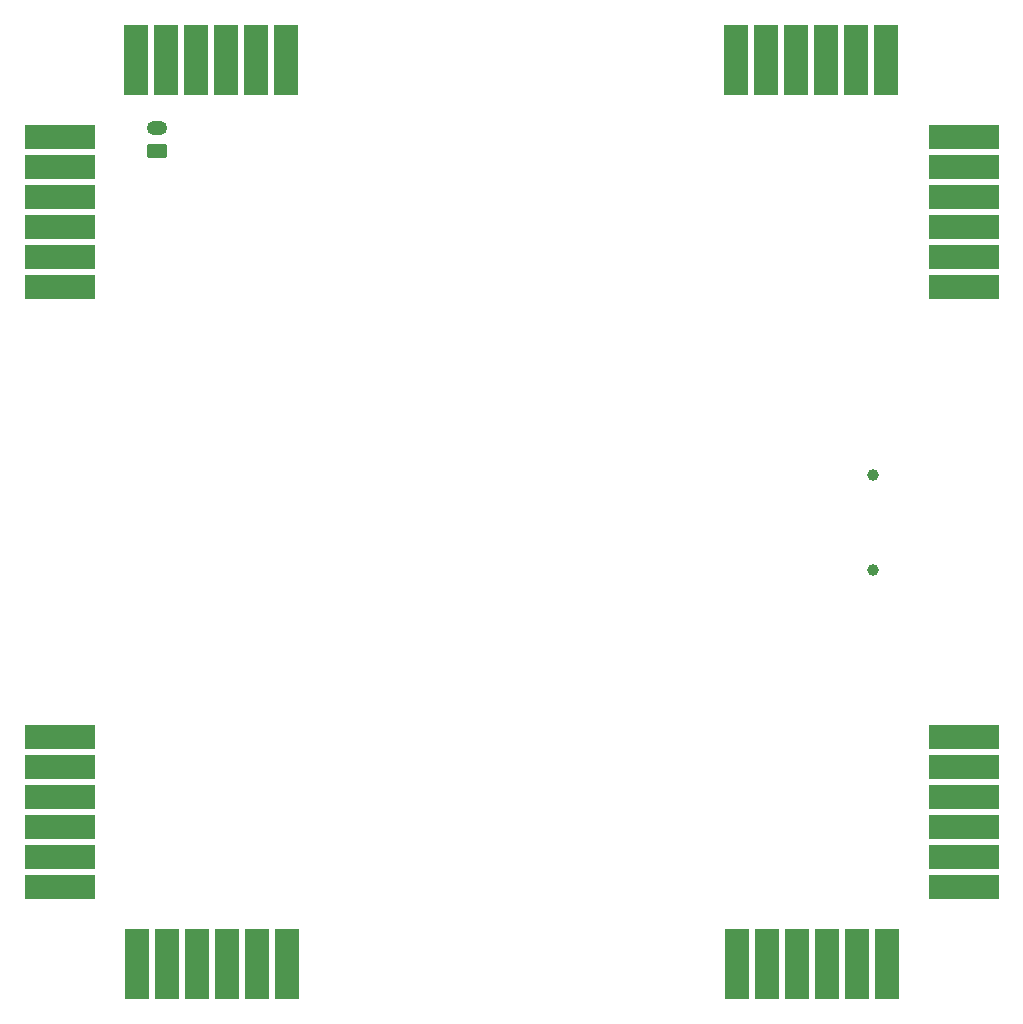
<source format=gbs>
G04 #@! TF.GenerationSoftware,KiCad,Pcbnew,9.0.7*
G04 #@! TF.CreationDate,2026-02-18T22:11:59-06:00*
G04 #@! TF.ProjectId,grad_cap_display,67726164-5f63-4617-905f-646973706c61,rev?*
G04 #@! TF.SameCoordinates,Original*
G04 #@! TF.FileFunction,Soldermask,Bot*
G04 #@! TF.FilePolarity,Negative*
%FSLAX46Y46*%
G04 Gerber Fmt 4.6, Leading zero omitted, Abs format (unit mm)*
G04 Created by KiCad (PCBNEW 9.0.7) date 2026-02-18 22:11:59*
%MOMM*%
%LPD*%
G01*
G04 APERTURE LIST*
G04 Aperture macros list*
%AMRoundRect*
0 Rectangle with rounded corners*
0 $1 Rounding radius*
0 $2 $3 $4 $5 $6 $7 $8 $9 X,Y pos of 4 corners*
0 Add a 4 corners polygon primitive as box body*
4,1,4,$2,$3,$4,$5,$6,$7,$8,$9,$2,$3,0*
0 Add four circle primitives for the rounded corners*
1,1,$1+$1,$2,$3*
1,1,$1+$1,$4,$5*
1,1,$1+$1,$6,$7*
1,1,$1+$1,$8,$9*
0 Add four rect primitives between the rounded corners*
20,1,$1+$1,$2,$3,$4,$5,0*
20,1,$1+$1,$4,$5,$6,$7,0*
20,1,$1+$1,$6,$7,$8,$9,0*
20,1,$1+$1,$8,$9,$2,$3,0*%
G04 Aperture macros list end*
%ADD10C,1.000000*%
%ADD11O,1.750000X1.200000*%
%ADD12RoundRect,0.250000X0.625000X-0.350000X0.625000X0.350000X-0.625000X0.350000X-0.625000X-0.350000X0*%
%ADD13R,2.000000X6.000000*%
%ADD14R,6.000000X2.000000*%
G04 APERTURE END LIST*
D10*
X68920000Y-35190000D03*
X68920000Y-43190001D03*
D11*
X8230076Y-5762468D03*
D12*
X8230076Y-7762469D03*
D13*
X6572498Y-76570000D03*
X6572498Y-76570000D03*
D10*
X6572499Y-74283999D03*
D13*
X9112499Y-76570000D03*
X9112499Y-76570000D03*
D10*
X9112499Y-74284000D03*
D13*
X11652499Y-76570000D03*
X11652499Y-76570000D03*
D10*
X11652499Y-74284000D03*
D13*
X14192499Y-76570000D03*
X14192499Y-76570000D03*
D10*
X14192499Y-74284000D03*
D13*
X16732499Y-76570000D03*
X16732499Y-76570000D03*
D10*
X16732499Y-74284000D03*
D13*
X19272500Y-76570000D03*
X19272500Y-76570000D03*
D10*
X19272499Y-74283999D03*
D13*
X57372499Y-76570000D03*
X57372499Y-76570000D03*
D10*
X57372499Y-74284000D03*
D13*
X59912499Y-76570000D03*
X59912499Y-76570000D03*
D10*
X59912499Y-74284000D03*
D13*
X62452498Y-76570000D03*
X62452498Y-76570000D03*
D10*
X62452498Y-74284000D03*
D13*
X64992500Y-76570000D03*
X64992500Y-76570000D03*
D10*
X64992500Y-74284000D03*
D13*
X67532499Y-76570000D03*
X67532499Y-76570000D03*
D10*
X67532499Y-74284000D03*
D13*
X70072499Y-76570000D03*
X70072499Y-76570000D03*
D10*
X70072499Y-74284000D03*
D13*
X70012502Y0D03*
X70012502Y0D03*
D10*
X70012501Y-2286001D03*
D13*
X67472501Y0D03*
X67472501Y0D03*
D10*
X67472501Y-2286000D03*
D13*
X64932501Y0D03*
X64932501Y0D03*
D10*
X64932501Y-2286000D03*
D13*
X62392501Y0D03*
X62392501Y0D03*
D10*
X62392501Y-2286000D03*
D13*
X59852501Y0D03*
X59852501Y0D03*
D10*
X59852501Y-2286000D03*
D13*
X57312500Y0D03*
X57312500Y0D03*
D10*
X57312501Y-2286001D03*
D13*
X19212501Y0D03*
X19212501Y0D03*
D10*
X19212501Y-2286000D03*
D13*
X16672501Y0D03*
X16672501Y0D03*
D10*
X16672501Y-2286000D03*
D13*
X14132502Y0D03*
X14132502Y0D03*
D10*
X14132502Y-2286000D03*
D13*
X11592500Y0D03*
X11592500Y0D03*
D10*
X11592500Y-2286000D03*
D13*
X9052501Y0D03*
X9052501Y0D03*
D10*
X9052501Y-2286000D03*
D13*
X6512501Y0D03*
X6512501Y0D03*
D10*
X6512501Y-2286000D03*
D14*
X35000Y-6567500D03*
X35000Y-6567500D03*
D10*
X2321000Y-6567500D03*
D14*
X35000Y-9107500D03*
X35000Y-9107500D03*
D10*
X2321000Y-9107500D03*
D14*
X35000Y-11647500D03*
X35000Y-11647500D03*
D10*
X2321000Y-11647500D03*
D14*
X35000Y-14187500D03*
X35000Y-14187500D03*
D10*
X2321000Y-14187500D03*
D14*
X35000Y-16727500D03*
X35000Y-16727500D03*
D10*
X2321000Y-16727500D03*
D14*
X35000Y-19267500D03*
X35000Y-19267500D03*
D10*
X2321000Y-19267500D03*
D14*
X35000Y-57367500D03*
X35000Y-57367500D03*
D10*
X2321000Y-57367500D03*
D14*
X35000Y-59907500D03*
X35000Y-59907500D03*
D10*
X2321000Y-59907500D03*
D14*
X35000Y-62447500D03*
X35000Y-62447500D03*
D10*
X2321000Y-62447500D03*
D14*
X35000Y-64987500D03*
X35000Y-64987500D03*
D10*
X2321000Y-64987500D03*
D14*
X35000Y-67527500D03*
X35000Y-67527500D03*
D10*
X2321000Y-67527500D03*
D14*
X35000Y-70067500D03*
X35000Y-70067500D03*
D10*
X2321000Y-70067500D03*
D14*
X76550000Y-70007500D03*
X76550000Y-70007500D03*
D10*
X74264000Y-70007500D03*
D14*
X76550000Y-67467500D03*
X76550000Y-67467500D03*
D10*
X74264000Y-67467500D03*
D14*
X76550000Y-64927500D03*
X76550000Y-64927500D03*
D10*
X74264000Y-64927500D03*
D14*
X76550000Y-62387500D03*
X76550000Y-62387500D03*
D10*
X74264000Y-62387500D03*
D14*
X76550000Y-59847500D03*
X76550000Y-59847500D03*
D10*
X74264000Y-59847500D03*
D14*
X76550000Y-57307500D03*
X76550000Y-57307500D03*
D10*
X74264000Y-57307500D03*
D14*
X76550000Y-19207500D03*
X76550000Y-19207500D03*
D10*
X74264000Y-19207500D03*
D14*
X76550000Y-16667500D03*
X76550000Y-16667500D03*
D10*
X74264000Y-16667500D03*
D14*
X76550000Y-14127500D03*
X76550000Y-14127500D03*
D10*
X74264000Y-14127500D03*
D14*
X76550000Y-11587500D03*
X76550000Y-11587500D03*
D10*
X74264000Y-11587500D03*
D14*
X76550000Y-9047500D03*
X76550000Y-9047500D03*
D10*
X74264000Y-9047500D03*
D14*
X76550000Y-6507500D03*
X76550000Y-6507500D03*
D10*
X74264000Y-6507500D03*
M02*

</source>
